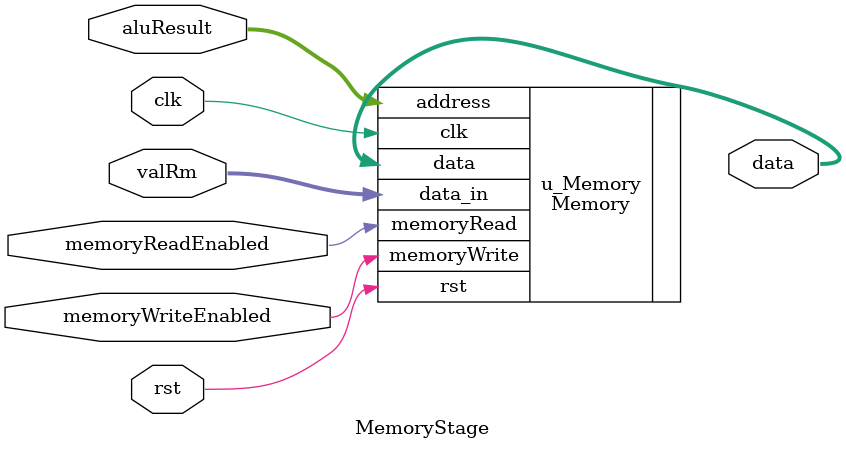
<source format=v>
module MemoryStage(clk,
                   rst,
                   memoryReadEnabled,
                   memoryWriteEnabled,
                   aluResult,
                   valRm,
                   data);
    input clk, rst;
    input memoryReadEnabled, memoryWriteEnabled;
    input [31:0] aluResult, valRm;
    
    output [31:0] data;
    
    Memory u_Memory(
    .clk         (clk),
    .rst         (rst),
    .memoryRead  (memoryReadEnabled),
    .memoryWrite (memoryWriteEnabled),
    .address     (aluResult),
    .data_in     (valRm),
    .data        (data)
    );
    
    
endmodule

</source>
